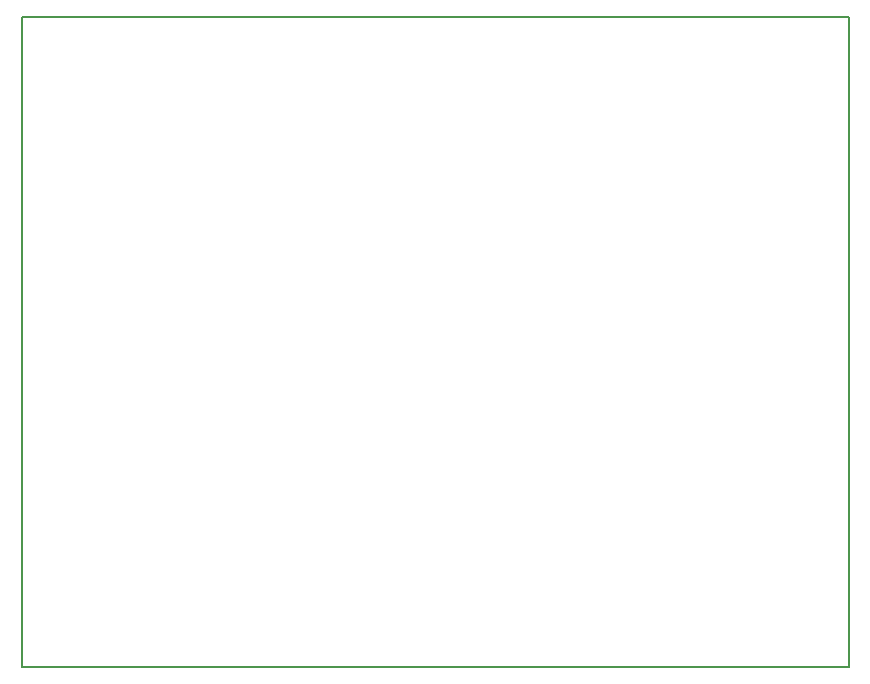
<source format=gko>
%FSLAX44Y44*%
%MOMM*%
G71*
G01*
G75*
G04 Layer_Color=16711935*
G04:AMPARAMS|DCode=10|XSize=0.67mm|YSize=0.67mm|CornerRadius=0.1508mm|HoleSize=0mm|Usage=FLASHONLY|Rotation=90.000|XOffset=0mm|YOffset=0mm|HoleType=Round|Shape=RoundedRectangle|*
%AMROUNDEDRECTD10*
21,1,0.6700,0.3685,0,0,90.0*
21,1,0.3685,0.6700,0,0,90.0*
1,1,0.3015,0.1843,0.1843*
1,1,0.3015,0.1843,-0.1843*
1,1,0.3015,-0.1843,-0.1843*
1,1,0.3015,-0.1843,0.1843*
%
%ADD10ROUNDEDRECTD10*%
G04:AMPARAMS|DCode=11|XSize=0.67mm|YSize=0.67mm|CornerRadius=0.1508mm|HoleSize=0mm|Usage=FLASHONLY|Rotation=180.000|XOffset=0mm|YOffset=0mm|HoleType=Round|Shape=RoundedRectangle|*
%AMROUNDEDRECTD11*
21,1,0.6700,0.3685,0,0,180.0*
21,1,0.3685,0.6700,0,0,180.0*
1,1,0.3015,-0.1843,0.1843*
1,1,0.3015,0.1843,0.1843*
1,1,0.3015,0.1843,-0.1843*
1,1,0.3015,-0.1843,-0.1843*
%
%ADD11ROUNDEDRECTD11*%
G04:AMPARAMS|DCode=12|XSize=1.1mm|YSize=0.6mm|CornerRadius=0.201mm|HoleSize=0mm|Usage=FLASHONLY|Rotation=270.000|XOffset=0mm|YOffset=0mm|HoleType=Round|Shape=RoundedRectangle|*
%AMROUNDEDRECTD12*
21,1,1.1000,0.1980,0,0,270.0*
21,1,0.6980,0.6000,0,0,270.0*
1,1,0.4020,-0.0990,-0.3490*
1,1,0.4020,-0.0990,0.3490*
1,1,0.4020,0.0990,0.3490*
1,1,0.4020,0.0990,-0.3490*
%
%ADD12ROUNDEDRECTD12*%
G04:AMPARAMS|DCode=13|XSize=2.5mm|YSize=2mm|CornerRadius=0.25mm|HoleSize=0mm|Usage=FLASHONLY|Rotation=270.000|XOffset=0mm|YOffset=0mm|HoleType=Round|Shape=RoundedRectangle|*
%AMROUNDEDRECTD13*
21,1,2.5000,1.5000,0,0,270.0*
21,1,2.0000,2.0000,0,0,270.0*
1,1,0.5000,-0.7500,-1.0000*
1,1,0.5000,-0.7500,1.0000*
1,1,0.5000,0.7500,1.0000*
1,1,0.5000,0.7500,-1.0000*
%
%ADD13ROUNDEDRECTD13*%
G04:AMPARAMS|DCode=14|XSize=2.7mm|YSize=1.2mm|CornerRadius=0.21mm|HoleSize=0mm|Usage=FLASHONLY|Rotation=0.000|XOffset=0mm|YOffset=0mm|HoleType=Round|Shape=RoundedRectangle|*
%AMROUNDEDRECTD14*
21,1,2.7000,0.7800,0,0,0.0*
21,1,2.2800,1.2000,0,0,0.0*
1,1,0.4200,1.1400,-0.3900*
1,1,0.4200,-1.1400,-0.3900*
1,1,0.4200,-1.1400,0.3900*
1,1,0.4200,1.1400,0.3900*
%
%ADD14ROUNDEDRECTD14*%
G04:AMPARAMS|DCode=15|XSize=1.05mm|YSize=0.65mm|CornerRadius=0.2015mm|HoleSize=0mm|Usage=FLASHONLY|Rotation=90.000|XOffset=0mm|YOffset=0mm|HoleType=Round|Shape=RoundedRectangle|*
%AMROUNDEDRECTD15*
21,1,1.0500,0.2470,0,0,90.0*
21,1,0.6470,0.6500,0,0,90.0*
1,1,0.4030,0.1235,0.3235*
1,1,0.4030,0.1235,-0.3235*
1,1,0.4030,-0.1235,-0.3235*
1,1,0.4030,-0.1235,0.3235*
%
%ADD15ROUNDEDRECTD15*%
G04:AMPARAMS|DCode=16|XSize=2.5mm|YSize=2mm|CornerRadius=0.2mm|HoleSize=0mm|Usage=FLASHONLY|Rotation=90.000|XOffset=0mm|YOffset=0mm|HoleType=Round|Shape=RoundedRectangle|*
%AMROUNDEDRECTD16*
21,1,2.5000,1.6000,0,0,90.0*
21,1,2.1000,2.0000,0,0,90.0*
1,1,0.4000,0.8000,1.0500*
1,1,0.4000,0.8000,-1.0500*
1,1,0.4000,-0.8000,-1.0500*
1,1,0.4000,-0.8000,1.0500*
%
%ADD16ROUNDEDRECTD16*%
G04:AMPARAMS|DCode=17|XSize=2.3mm|YSize=0.5mm|CornerRadius=0.2mm|HoleSize=0mm|Usage=FLASHONLY|Rotation=90.000|XOffset=0mm|YOffset=0mm|HoleType=Round|Shape=RoundedRectangle|*
%AMROUNDEDRECTD17*
21,1,2.3000,0.1000,0,0,90.0*
21,1,1.9000,0.5000,0,0,90.0*
1,1,0.4000,0.0500,0.9500*
1,1,0.4000,0.0500,-0.9500*
1,1,0.4000,-0.0500,-0.9500*
1,1,0.4000,-0.0500,0.9500*
%
%ADD17ROUNDEDRECTD17*%
G04:AMPARAMS|DCode=18|XSize=1.1mm|YSize=0.6mm|CornerRadius=0.201mm|HoleSize=0mm|Usage=FLASHONLY|Rotation=180.000|XOffset=0mm|YOffset=0mm|HoleType=Round|Shape=RoundedRectangle|*
%AMROUNDEDRECTD18*
21,1,1.1000,0.1980,0,0,180.0*
21,1,0.6980,0.6000,0,0,180.0*
1,1,0.4020,-0.3490,0.0990*
1,1,0.4020,0.3490,0.0990*
1,1,0.4020,0.3490,-0.0990*
1,1,0.4020,-0.3490,-0.0990*
%
%ADD18ROUNDEDRECTD18*%
G04:AMPARAMS|DCode=19|XSize=1mm|YSize=0.95mm|CornerRadius=0.1995mm|HoleSize=0mm|Usage=FLASHONLY|Rotation=270.000|XOffset=0mm|YOffset=0mm|HoleType=Round|Shape=RoundedRectangle|*
%AMROUNDEDRECTD19*
21,1,1.0000,0.5510,0,0,270.0*
21,1,0.6010,0.9500,0,0,270.0*
1,1,0.3990,-0.2755,-0.3005*
1,1,0.3990,-0.2755,0.3005*
1,1,0.3990,0.2755,0.3005*
1,1,0.3990,0.2755,-0.3005*
%
%ADD19ROUNDEDRECTD19*%
%ADD20R,0.4000X1.4000*%
G04:AMPARAMS|DCode=21|XSize=1.8mm|YSize=1.9mm|CornerRadius=0.45mm|HoleSize=0mm|Usage=FLASHONLY|Rotation=0.000|XOffset=0mm|YOffset=0mm|HoleType=Round|Shape=RoundedRectangle|*
%AMROUNDEDRECTD21*
21,1,1.8000,1.0000,0,0,0.0*
21,1,0.9000,1.9000,0,0,0.0*
1,1,0.9000,0.4500,-0.5000*
1,1,0.9000,-0.4500,-0.5000*
1,1,0.9000,-0.4500,0.5000*
1,1,0.9000,0.4500,0.5000*
%
%ADD21ROUNDEDRECTD21*%
G04:AMPARAMS|DCode=22|XSize=0.7mm|YSize=1mm|CornerRadius=0.175mm|HoleSize=0mm|Usage=FLASHONLY|Rotation=180.000|XOffset=0mm|YOffset=0mm|HoleType=Round|Shape=RoundedRectangle|*
%AMROUNDEDRECTD22*
21,1,0.7000,0.6500,0,0,180.0*
21,1,0.3500,1.0000,0,0,180.0*
1,1,0.3500,-0.1750,0.3250*
1,1,0.3500,0.1750,0.3250*
1,1,0.3500,0.1750,-0.3250*
1,1,0.3500,-0.1750,-0.3250*
%
%ADD22ROUNDEDRECTD22*%
G04:AMPARAMS|DCode=23|XSize=0.8mm|YSize=2mm|CornerRadius=0.2mm|HoleSize=0mm|Usage=FLASHONLY|Rotation=180.000|XOffset=0mm|YOffset=0mm|HoleType=Round|Shape=RoundedRectangle|*
%AMROUNDEDRECTD23*
21,1,0.8000,1.6000,0,0,180.0*
21,1,0.4000,2.0000,0,0,180.0*
1,1,0.4000,-0.2000,0.8000*
1,1,0.4000,0.2000,0.8000*
1,1,0.4000,0.2000,-0.8000*
1,1,0.4000,-0.2000,-0.8000*
%
%ADD23ROUNDEDRECTD23*%
G04:AMPARAMS|DCode=24|XSize=1mm|YSize=0.9mm|CornerRadius=0.198mm|HoleSize=0mm|Usage=FLASHONLY|Rotation=180.000|XOffset=0mm|YOffset=0mm|HoleType=Round|Shape=RoundedRectangle|*
%AMROUNDEDRECTD24*
21,1,1.0000,0.5040,0,0,180.0*
21,1,0.6040,0.9000,0,0,180.0*
1,1,0.3960,-0.3020,0.2520*
1,1,0.3960,0.3020,0.2520*
1,1,0.3960,0.3020,-0.2520*
1,1,0.3960,-0.3020,-0.2520*
%
%ADD24ROUNDEDRECTD24*%
G04:AMPARAMS|DCode=25|XSize=1.05mm|YSize=0.65mm|CornerRadius=0.2015mm|HoleSize=0mm|Usage=FLASHONLY|Rotation=0.000|XOffset=0mm|YOffset=0mm|HoleType=Round|Shape=RoundedRectangle|*
%AMROUNDEDRECTD25*
21,1,1.0500,0.2470,0,0,0.0*
21,1,0.6470,0.6500,0,0,0.0*
1,1,0.4030,0.3235,-0.1235*
1,1,0.4030,-0.3235,-0.1235*
1,1,0.4030,-0.3235,0.1235*
1,1,0.4030,0.3235,0.1235*
%
%ADD25ROUNDEDRECTD25*%
G04:AMPARAMS|DCode=26|XSize=2.5mm|YSize=1.7mm|CornerRadius=0.204mm|HoleSize=0mm|Usage=FLASHONLY|Rotation=0.000|XOffset=0mm|YOffset=0mm|HoleType=Round|Shape=RoundedRectangle|*
%AMROUNDEDRECTD26*
21,1,2.5000,1.2920,0,0,0.0*
21,1,2.0920,1.7000,0,0,0.0*
1,1,0.4080,1.0460,-0.6460*
1,1,0.4080,-1.0460,-0.6460*
1,1,0.4080,-1.0460,0.6460*
1,1,0.4080,1.0460,0.6460*
%
%ADD26ROUNDEDRECTD26*%
G04:AMPARAMS|DCode=27|XSize=5.2mm|YSize=2mm|CornerRadius=0.25mm|HoleSize=0mm|Usage=FLASHONLY|Rotation=180.000|XOffset=0mm|YOffset=0mm|HoleType=Round|Shape=RoundedRectangle|*
%AMROUNDEDRECTD27*
21,1,5.2000,1.5000,0,0,180.0*
21,1,4.7000,2.0000,0,0,180.0*
1,1,0.5000,-2.3500,0.7500*
1,1,0.5000,2.3500,0.7500*
1,1,0.5000,2.3500,-0.7500*
1,1,0.5000,-2.3500,-0.7500*
%
%ADD27ROUNDEDRECTD27*%
G04:AMPARAMS|DCode=28|XSize=0.65mm|YSize=0.35mm|CornerRadius=0.0735mm|HoleSize=0mm|Usage=FLASHONLY|Rotation=0.000|XOffset=0mm|YOffset=0mm|HoleType=Round|Shape=RoundedRectangle|*
%AMROUNDEDRECTD28*
21,1,0.6500,0.2030,0,0,0.0*
21,1,0.5030,0.3500,0,0,0.0*
1,1,0.1470,0.2515,-0.1015*
1,1,0.1470,-0.2515,-0.1015*
1,1,0.1470,-0.2515,0.1015*
1,1,0.1470,0.2515,0.1015*
%
%ADD28ROUNDEDRECTD28*%
G04:AMPARAMS|DCode=29|XSize=0.62mm|YSize=0.62mm|CornerRadius=0.1488mm|HoleSize=0mm|Usage=FLASHONLY|Rotation=0.000|XOffset=0mm|YOffset=0mm|HoleType=Round|Shape=RoundedRectangle|*
%AMROUNDEDRECTD29*
21,1,0.6200,0.3224,0,0,0.0*
21,1,0.3224,0.6200,0,0,0.0*
1,1,0.2976,0.1612,-0.1612*
1,1,0.2976,-0.1612,-0.1612*
1,1,0.2976,-0.1612,0.1612*
1,1,0.2976,0.1612,0.1612*
%
%ADD29ROUNDEDRECTD29*%
G04:AMPARAMS|DCode=30|XSize=0.3mm|YSize=0.25mm|CornerRadius=0.0525mm|HoleSize=0mm|Usage=FLASHONLY|Rotation=0.000|XOffset=0mm|YOffset=0mm|HoleType=Round|Shape=RoundedRectangle|*
%AMROUNDEDRECTD30*
21,1,0.3000,0.1450,0,0,0.0*
21,1,0.1950,0.2500,0,0,0.0*
1,1,0.1050,0.0975,-0.0725*
1,1,0.1050,-0.0975,-0.0725*
1,1,0.1050,-0.0975,0.0725*
1,1,0.1050,0.0975,0.0725*
%
%ADD30ROUNDEDRECTD30*%
%ADD31O,1.5500X0.6000*%
G04:AMPARAMS|DCode=32|XSize=0.62mm|YSize=0.62mm|CornerRadius=0.1488mm|HoleSize=0mm|Usage=FLASHONLY|Rotation=270.000|XOffset=0mm|YOffset=0mm|HoleType=Round|Shape=RoundedRectangle|*
%AMROUNDEDRECTD32*
21,1,0.6200,0.3224,0,0,270.0*
21,1,0.3224,0.6200,0,0,270.0*
1,1,0.2976,-0.1612,-0.1612*
1,1,0.2976,-0.1612,0.1612*
1,1,0.2976,0.1612,0.1612*
1,1,0.2976,0.1612,-0.1612*
%
%ADD32ROUNDEDRECTD32*%
G04:AMPARAMS|DCode=33|XSize=1mm|YSize=0.95mm|CornerRadius=0.1995mm|HoleSize=0mm|Usage=FLASHONLY|Rotation=0.000|XOffset=0mm|YOffset=0mm|HoleType=Round|Shape=RoundedRectangle|*
%AMROUNDEDRECTD33*
21,1,1.0000,0.5510,0,0,0.0*
21,1,0.6010,0.9500,0,0,0.0*
1,1,0.3990,0.3005,-0.2755*
1,1,0.3990,-0.3005,-0.2755*
1,1,0.3990,-0.3005,0.2755*
1,1,0.3990,0.3005,0.2755*
%
%ADD33ROUNDEDRECTD33*%
%ADD34O,0.6000X1.5500*%
G04:AMPARAMS|DCode=35|XSize=3.3mm|YSize=1.65mm|CornerRadius=0.198mm|HoleSize=0mm|Usage=FLASHONLY|Rotation=90.000|XOffset=0mm|YOffset=0mm|HoleType=Round|Shape=RoundedRectangle|*
%AMROUNDEDRECTD35*
21,1,3.3000,1.2540,0,0,90.0*
21,1,2.9040,1.6500,0,0,90.0*
1,1,0.3960,0.6270,1.4520*
1,1,0.3960,0.6270,-1.4520*
1,1,0.3960,-0.6270,-1.4520*
1,1,0.3960,-0.6270,1.4520*
%
%ADD35ROUNDEDRECTD35*%
G04:AMPARAMS|DCode=36|XSize=1mm|YSize=0.9mm|CornerRadius=0.198mm|HoleSize=0mm|Usage=FLASHONLY|Rotation=270.000|XOffset=0mm|YOffset=0mm|HoleType=Round|Shape=RoundedRectangle|*
%AMROUNDEDRECTD36*
21,1,1.0000,0.5040,0,0,270.0*
21,1,0.6040,0.9000,0,0,270.0*
1,1,0.3960,-0.2520,-0.3020*
1,1,0.3960,-0.2520,0.3020*
1,1,0.3960,0.2520,0.3020*
1,1,0.3960,0.2520,-0.3020*
%
%ADD36ROUNDEDRECTD36*%
G04:AMPARAMS|DCode=37|XSize=1.2mm|YSize=2mm|CornerRadius=0.3mm|HoleSize=0mm|Usage=FLASHONLY|Rotation=90.000|XOffset=0mm|YOffset=0mm|HoleType=Round|Shape=RoundedRectangle|*
%AMROUNDEDRECTD37*
21,1,1.2000,1.4000,0,0,90.0*
21,1,0.6000,2.0000,0,0,90.0*
1,1,0.6000,0.7000,0.3000*
1,1,0.6000,0.7000,-0.3000*
1,1,0.6000,-0.7000,-0.3000*
1,1,0.6000,-0.7000,0.3000*
%
%ADD37ROUNDEDRECTD37*%
G04:AMPARAMS|DCode=38|XSize=1.2mm|YSize=1.2mm|CornerRadius=0.198mm|HoleSize=0mm|Usage=FLASHONLY|Rotation=90.000|XOffset=0mm|YOffset=0mm|HoleType=Round|Shape=RoundedRectangle|*
%AMROUNDEDRECTD38*
21,1,1.2000,0.8040,0,0,90.0*
21,1,0.8040,1.2000,0,0,90.0*
1,1,0.3960,0.4020,0.4020*
1,1,0.3960,0.4020,-0.4020*
1,1,0.3960,-0.4020,-0.4020*
1,1,0.3960,-0.4020,0.4020*
%
%ADD38ROUNDEDRECTD38*%
G04:AMPARAMS|DCode=39|XSize=1.45mm|YSize=0.95mm|CornerRadius=0.1995mm|HoleSize=0mm|Usage=FLASHONLY|Rotation=90.000|XOffset=0mm|YOffset=0mm|HoleType=Round|Shape=RoundedRectangle|*
%AMROUNDEDRECTD39*
21,1,1.4500,0.5510,0,0,90.0*
21,1,1.0510,0.9500,0,0,90.0*
1,1,0.3990,0.2755,0.5255*
1,1,0.3990,0.2755,-0.5255*
1,1,0.3990,-0.2755,-0.5255*
1,1,0.3990,-0.2755,0.5255*
%
%ADD39ROUNDEDRECTD39*%
G04:AMPARAMS|DCode=40|XSize=0.3mm|YSize=0.65mm|CornerRadius=0.0495mm|HoleSize=0mm|Usage=FLASHONLY|Rotation=90.000|XOffset=0mm|YOffset=0mm|HoleType=Round|Shape=RoundedRectangle|*
%AMROUNDEDRECTD40*
21,1,0.3000,0.5510,0,0,90.0*
21,1,0.2010,0.6500,0,0,90.0*
1,1,0.0990,0.2755,0.1005*
1,1,0.0990,0.2755,-0.1005*
1,1,0.0990,-0.2755,-0.1005*
1,1,0.0990,-0.2755,0.1005*
%
%ADD40ROUNDEDRECTD40*%
G04:AMPARAMS|DCode=41|XSize=0.5mm|YSize=0.21mm|CornerRadius=0.0347mm|HoleSize=0mm|Usage=FLASHONLY|Rotation=90.000|XOffset=0mm|YOffset=0mm|HoleType=Round|Shape=RoundedRectangle|*
%AMROUNDEDRECTD41*
21,1,0.5000,0.1407,0,0,90.0*
21,1,0.4307,0.2100,0,0,90.0*
1,1,0.0693,0.0704,0.2154*
1,1,0.0693,0.0704,-0.2154*
1,1,0.0693,-0.0704,-0.2154*
1,1,0.0693,-0.0704,0.2154*
%
%ADD41ROUNDEDRECTD41*%
G04:AMPARAMS|DCode=42|XSize=0.7mm|YSize=1.5mm|CornerRadius=0.175mm|HoleSize=0mm|Usage=FLASHONLY|Rotation=0.000|XOffset=0mm|YOffset=0mm|HoleType=Round|Shape=RoundedRectangle|*
%AMROUNDEDRECTD42*
21,1,0.7000,1.1500,0,0,0.0*
21,1,0.3500,1.5000,0,0,0.0*
1,1,0.3500,0.1750,-0.5750*
1,1,0.3500,-0.1750,-0.5750*
1,1,0.3500,-0.1750,0.5750*
1,1,0.3500,0.1750,0.5750*
%
%ADD42ROUNDEDRECTD42*%
%ADD43O,2.5000X0.5000*%
%ADD44O,0.5000X2.5000*%
%ADD45O,1.8000X0.8000*%
%ADD46O,2.5000X1.0000*%
G04:AMPARAMS|DCode=47|XSize=0.8mm|YSize=2mm|CornerRadius=0.2mm|HoleSize=0mm|Usage=FLASHONLY|Rotation=270.000|XOffset=0mm|YOffset=0mm|HoleType=Round|Shape=RoundedRectangle|*
%AMROUNDEDRECTD47*
21,1,0.8000,1.6000,0,0,270.0*
21,1,0.4000,2.0000,0,0,270.0*
1,1,0.4000,-0.8000,-0.2000*
1,1,0.4000,-0.8000,0.2000*
1,1,0.4000,0.8000,0.2000*
1,1,0.4000,0.8000,-0.2000*
%
%ADD47ROUNDEDRECTD47*%
G04:AMPARAMS|DCode=48|XSize=0.7mm|YSize=1mm|CornerRadius=0.175mm|HoleSize=0mm|Usage=FLASHONLY|Rotation=90.000|XOffset=0mm|YOffset=0mm|HoleType=Round|Shape=RoundedRectangle|*
%AMROUNDEDRECTD48*
21,1,0.7000,0.6500,0,0,90.0*
21,1,0.3500,1.0000,0,0,90.0*
1,1,0.3500,0.3250,0.1750*
1,1,0.3500,0.3250,-0.1750*
1,1,0.3500,-0.3250,-0.1750*
1,1,0.3500,-0.3250,0.1750*
%
%ADD48ROUNDEDRECTD48*%
%ADD49O,0.7000X2.5000*%
%ADD50O,2.5000X0.7000*%
%ADD51C,0.5000*%
%ADD52C,0.4000*%
%ADD53C,0.7000*%
%ADD54C,0.2500*%
%ADD55C,0.2000*%
%ADD56C,0.3000*%
%ADD57C,1.0000*%
%ADD58C,0.6000*%
%ADD59C,0.8000*%
%ADD60C,0.9000*%
%ADD61C,1.8000*%
G04:AMPARAMS|DCode=62|XSize=1.3mm|YSize=1.3mm|CornerRadius=0.1625mm|HoleSize=0mm|Usage=FLASHONLY|Rotation=0.000|XOffset=0mm|YOffset=0mm|HoleType=Round|Shape=RoundedRectangle|*
%AMROUNDEDRECTD62*
21,1,1.3000,0.9750,0,0,0.0*
21,1,0.9750,1.3000,0,0,0.0*
1,1,0.3250,0.4875,-0.4875*
1,1,0.3250,-0.4875,-0.4875*
1,1,0.3250,-0.4875,0.4875*
1,1,0.3250,0.4875,0.4875*
%
%ADD62ROUNDEDRECTD62*%
%ADD63C,1.3000*%
%ADD64C,7.0000*%
%ADD65C,0.1000*%
%ADD66C,0.5000*%
G04:AMPARAMS|DCode=67|XSize=2mm|YSize=2mm|CornerRadius=0.25mm|HoleSize=0mm|Usage=FLASHONLY|Rotation=90.000|XOffset=0mm|YOffset=0mm|HoleType=Round|Shape=RoundedRectangle|*
%AMROUNDEDRECTD67*
21,1,2.0000,1.5000,0,0,90.0*
21,1,1.5000,2.0000,0,0,90.0*
1,1,0.5000,0.7500,0.7500*
1,1,0.5000,0.7500,-0.7500*
1,1,0.5000,-0.7500,-0.7500*
1,1,0.5000,-0.7500,0.7500*
%
%ADD67ROUNDEDRECTD67*%
%ADD68C,2.0000*%
%ADD69C,2.5000*%
G04:AMPARAMS|DCode=70|XSize=1.85mm|YSize=1.85mm|CornerRadius=0.2313mm|HoleSize=0mm|Usage=FLASHONLY|Rotation=0.000|XOffset=0mm|YOffset=0mm|HoleType=Round|Shape=RoundedRectangle|*
%AMROUNDEDRECTD70*
21,1,1.8500,1.3875,0,0,0.0*
21,1,1.3875,1.8500,0,0,0.0*
1,1,0.4625,0.6937,-0.6937*
1,1,0.4625,-0.6937,-0.6937*
1,1,0.4625,-0.6937,0.6937*
1,1,0.4625,0.6937,0.6937*
%
%ADD70ROUNDEDRECTD70*%
%ADD71C,1.8500*%
%ADD72C,1.6000*%
%ADD73R,1.6000X1.6000*%
G04:AMPARAMS|DCode=74|XSize=1.3mm|YSize=1.3mm|CornerRadius=0.325mm|HoleSize=0mm|Usage=FLASHONLY|Rotation=90.000|XOffset=0mm|YOffset=0mm|HoleType=Round|Shape=RoundedRectangle|*
%AMROUNDEDRECTD74*
21,1,1.3000,0.6500,0,0,90.0*
21,1,0.6500,1.3000,0,0,90.0*
1,1,0.6500,0.3250,0.3250*
1,1,0.6500,0.3250,-0.3250*
1,1,0.6500,-0.3250,-0.3250*
1,1,0.6500,-0.3250,0.3250*
%
%ADD74ROUNDEDRECTD74*%
%ADD75R,2.5000X5.0000*%
%ADD76R,5.0000X2.5000*%
G04:AMPARAMS|DCode=77|XSize=1mm|YSize=1mm|CornerRadius=0.25mm|HoleSize=0mm|Usage=FLASHONLY|Rotation=0.000|XOffset=0mm|YOffset=0mm|HoleType=Round|Shape=RoundedRectangle|*
%AMROUNDEDRECTD77*
21,1,1.0000,0.5000,0,0,0.0*
21,1,0.5000,1.0000,0,0,0.0*
1,1,0.5000,0.2500,-0.2500*
1,1,0.5000,-0.2500,-0.2500*
1,1,0.5000,-0.2500,0.2500*
1,1,0.5000,0.2500,0.2500*
%
%ADD77ROUNDEDRECTD77*%
%ADD78C,2.2000*%
G04:AMPARAMS|DCode=79|XSize=1.6mm|YSize=1.6mm|CornerRadius=0.2mm|HoleSize=0mm|Usage=FLASHONLY|Rotation=90.000|XOffset=0mm|YOffset=0mm|HoleType=Round|Shape=RoundedRectangle|*
%AMROUNDEDRECTD79*
21,1,1.6000,1.2000,0,0,90.0*
21,1,1.2000,1.6000,0,0,90.0*
1,1,0.4000,0.6000,0.6000*
1,1,0.4000,0.6000,-0.6000*
1,1,0.4000,-0.6000,-0.6000*
1,1,0.4000,-0.6000,0.6000*
%
%ADD79ROUNDEDRECTD79*%
G04:AMPARAMS|DCode=80|XSize=1.4mm|YSize=1.4mm|CornerRadius=0.175mm|HoleSize=0mm|Usage=FLASHONLY|Rotation=90.000|XOffset=0mm|YOffset=0mm|HoleType=Round|Shape=RoundedRectangle|*
%AMROUNDEDRECTD80*
21,1,1.4000,1.0500,0,0,90.0*
21,1,1.0500,1.4000,0,0,90.0*
1,1,0.3500,0.5250,0.5250*
1,1,0.3500,0.5250,-0.5250*
1,1,0.3500,-0.5250,-0.5250*
1,1,0.3500,-0.5250,0.5250*
%
%ADD80ROUNDEDRECTD80*%
%ADD81C,1.0000*%
%ADD82C,0.6000*%
G04:AMPARAMS|DCode=83|XSize=1.15mm|YSize=2.1mm|CornerRadius=0.2875mm|HoleSize=0mm|Usage=FLASHONLY|Rotation=90.000|XOffset=0mm|YOffset=0mm|HoleType=Round|Shape=RoundedRectangle|*
%AMROUNDEDRECTD83*
21,1,1.1500,1.5250,0,0,90.0*
21,1,0.5750,2.1000,0,0,90.0*
1,1,0.5750,0.7625,0.2875*
1,1,0.5750,0.7625,-0.2875*
1,1,0.5750,-0.7625,-0.2875*
1,1,0.5750,-0.7625,0.2875*
%
%ADD83ROUNDEDRECTD83*%
G04:AMPARAMS|DCode=84|XSize=2.5mm|YSize=1.15mm|CornerRadius=0.3852mm|HoleSize=0mm|Usage=FLASHONLY|Rotation=0.000|XOffset=0mm|YOffset=0mm|HoleType=Round|Shape=RoundedRectangle|*
%AMROUNDEDRECTD84*
21,1,2.5000,0.3795,0,0,0.0*
21,1,1.7295,1.1500,0,0,0.0*
1,1,0.7705,0.8648,-0.1898*
1,1,0.7705,-0.8648,-0.1898*
1,1,0.7705,-0.8648,0.1898*
1,1,0.7705,0.8648,0.1898*
%
%ADD84ROUNDEDRECTD84*%
G04:AMPARAMS|DCode=85|XSize=1.3mm|YSize=1mm|CornerRadius=0.25mm|HoleSize=0mm|Usage=FLASHONLY|Rotation=0.000|XOffset=0mm|YOffset=0mm|HoleType=Round|Shape=RoundedRectangle|*
%AMROUNDEDRECTD85*
21,1,1.3000,0.5000,0,0,0.0*
21,1,0.8000,1.0000,0,0,0.0*
1,1,0.5000,0.4000,-0.2500*
1,1,0.5000,-0.4000,-0.2500*
1,1,0.5000,-0.4000,0.2500*
1,1,0.5000,0.4000,0.2500*
%
%ADD85ROUNDEDRECTD85*%
G04:AMPARAMS|DCode=86|XSize=2.35mm|YSize=1.15mm|CornerRadius=0.3852mm|HoleSize=0mm|Usage=FLASHONLY|Rotation=0.000|XOffset=0mm|YOffset=0mm|HoleType=Round|Shape=RoundedRectangle|*
%AMROUNDEDRECTD86*
21,1,2.3500,0.3795,0,0,0.0*
21,1,1.5795,1.1500,0,0,0.0*
1,1,0.7705,0.7897,-0.1898*
1,1,0.7705,-0.7897,-0.1898*
1,1,0.7705,-0.7897,0.1898*
1,1,0.7705,0.7897,0.1898*
%
%ADD86ROUNDEDRECTD86*%
G04:AMPARAMS|DCode=87|XSize=1mm|YSize=1.2mm|CornerRadius=0.165mm|HoleSize=0mm|Usage=FLASHONLY|Rotation=180.000|XOffset=0mm|YOffset=0mm|HoleType=Round|Shape=RoundedRectangle|*
%AMROUNDEDRECTD87*
21,1,1.0000,0.8700,0,0,180.0*
21,1,0.6700,1.2000,0,0,180.0*
1,1,0.3300,-0.3350,0.4350*
1,1,0.3300,0.3350,0.4350*
1,1,0.3300,0.3350,-0.4350*
1,1,0.3300,-0.3350,-0.4350*
%
%ADD87ROUNDEDRECTD87*%
G04:AMPARAMS|DCode=88|XSize=1.6mm|YSize=1.3mm|CornerRadius=0.2015mm|HoleSize=0mm|Usage=FLASHONLY|Rotation=90.000|XOffset=0mm|YOffset=0mm|HoleType=Round|Shape=RoundedRectangle|*
%AMROUNDEDRECTD88*
21,1,1.6000,0.8970,0,0,90.0*
21,1,1.1970,1.3000,0,0,90.0*
1,1,0.4030,0.4485,0.5985*
1,1,0.4030,0.4485,-0.5985*
1,1,0.4030,-0.4485,-0.5985*
1,1,0.4030,-0.4485,0.5985*
%
%ADD88ROUNDEDRECTD88*%
G04:AMPARAMS|DCode=89|XSize=0.7mm|YSize=2.5mm|CornerRadius=0.175mm|HoleSize=0mm|Usage=FLASHONLY|Rotation=180.000|XOffset=0mm|YOffset=0mm|HoleType=Round|Shape=RoundedRectangle|*
%AMROUNDEDRECTD89*
21,1,0.7000,2.1500,0,0,180.0*
21,1,0.3500,2.5000,0,0,180.0*
1,1,0.3500,-0.1750,1.0750*
1,1,0.3500,0.1750,1.0750*
1,1,0.3500,0.1750,-1.0750*
1,1,0.3500,-0.1750,-1.0750*
%
%ADD89ROUNDEDRECTD89*%
G04:AMPARAMS|DCode=90|XSize=1.45mm|YSize=1.15mm|CornerRadius=0.2013mm|HoleSize=0mm|Usage=FLASHONLY|Rotation=90.000|XOffset=0mm|YOffset=0mm|HoleType=Round|Shape=RoundedRectangle|*
%AMROUNDEDRECTD90*
21,1,1.4500,0.7475,0,0,90.0*
21,1,1.0475,1.1500,0,0,90.0*
1,1,0.4025,0.3738,0.5238*
1,1,0.4025,0.3738,-0.5238*
1,1,0.4025,-0.3738,-0.5238*
1,1,0.4025,-0.3738,0.5238*
%
%ADD90ROUNDEDRECTD90*%
G04:AMPARAMS|DCode=91|XSize=1.2mm|YSize=1.2mm|CornerRadius=0.198mm|HoleSize=0mm|Usage=FLASHONLY|Rotation=0.000|XOffset=0mm|YOffset=0mm|HoleType=Round|Shape=RoundedRectangle|*
%AMROUNDEDRECTD91*
21,1,1.2000,0.8040,0,0,0.0*
21,1,0.8040,1.2000,0,0,0.0*
1,1,0.3960,0.4020,-0.4020*
1,1,0.3960,-0.4020,-0.4020*
1,1,0.3960,-0.4020,0.4020*
1,1,0.3960,0.4020,0.4020*
%
%ADD91ROUNDEDRECTD91*%
%ADD92C,5.0000*%
%ADD93C,0.2540*%
%ADD94C,0.1500*%
%ADD95C,0.1000*%
%ADD96C,0.0500*%
%ADD97C,0.0100*%
%ADD98C,0.0750*%
G04:AMPARAMS|DCode=99|XSize=0.77mm|YSize=0.77mm|CornerRadius=0.2008mm|HoleSize=0mm|Usage=FLASHONLY|Rotation=90.000|XOffset=0mm|YOffset=0mm|HoleType=Round|Shape=RoundedRectangle|*
%AMROUNDEDRECTD99*
21,1,0.7700,0.3685,0,0,90.0*
21,1,0.3685,0.7700,0,0,90.0*
1,1,0.4015,0.1843,0.1843*
1,1,0.4015,0.1843,-0.1843*
1,1,0.4015,-0.1843,-0.1843*
1,1,0.4015,-0.1843,0.1843*
%
%ADD99ROUNDEDRECTD99*%
G04:AMPARAMS|DCode=100|XSize=0.77mm|YSize=0.77mm|CornerRadius=0.2008mm|HoleSize=0mm|Usage=FLASHONLY|Rotation=180.000|XOffset=0mm|YOffset=0mm|HoleType=Round|Shape=RoundedRectangle|*
%AMROUNDEDRECTD100*
21,1,0.7700,0.3685,0,0,180.0*
21,1,0.3685,0.7700,0,0,180.0*
1,1,0.4015,-0.1843,0.1843*
1,1,0.4015,0.1843,0.1843*
1,1,0.4015,0.1843,-0.1843*
1,1,0.4015,-0.1843,-0.1843*
%
%ADD100ROUNDEDRECTD100*%
G04:AMPARAMS|DCode=101|XSize=1.25mm|YSize=0.75mm|CornerRadius=0.276mm|HoleSize=0mm|Usage=FLASHONLY|Rotation=270.000|XOffset=0mm|YOffset=0mm|HoleType=Round|Shape=RoundedRectangle|*
%AMROUNDEDRECTD101*
21,1,1.2500,0.1980,0,0,270.0*
21,1,0.6980,0.7500,0,0,270.0*
1,1,0.5520,-0.0990,-0.3490*
1,1,0.5520,-0.0990,0.3490*
1,1,0.5520,0.0990,0.3490*
1,1,0.5520,0.0990,-0.3490*
%
%ADD101ROUNDEDRECTD101*%
G04:AMPARAMS|DCode=102|XSize=2.7032mm|YSize=2.2032mm|CornerRadius=0.3516mm|HoleSize=0mm|Usage=FLASHONLY|Rotation=270.000|XOffset=0mm|YOffset=0mm|HoleType=Round|Shape=RoundedRectangle|*
%AMROUNDEDRECTD102*
21,1,2.7032,1.5000,0,0,270.0*
21,1,2.0000,2.2032,0,0,270.0*
1,1,0.7032,-0.7500,-1.0000*
1,1,0.7032,-0.7500,1.0000*
1,1,0.7032,0.7500,1.0000*
1,1,0.7032,0.7500,-1.0000*
%
%ADD102ROUNDEDRECTD102*%
G04:AMPARAMS|DCode=103|XSize=2.85mm|YSize=1.35mm|CornerRadius=0.285mm|HoleSize=0mm|Usage=FLASHONLY|Rotation=0.000|XOffset=0mm|YOffset=0mm|HoleType=Round|Shape=RoundedRectangle|*
%AMROUNDEDRECTD103*
21,1,2.8500,0.7800,0,0,0.0*
21,1,2.2800,1.3500,0,0,0.0*
1,1,0.5700,1.1400,-0.3900*
1,1,0.5700,-1.1400,-0.3900*
1,1,0.5700,-1.1400,0.3900*
1,1,0.5700,1.1400,0.3900*
%
%ADD103ROUNDEDRECTD103*%
G04:AMPARAMS|DCode=104|XSize=1.2mm|YSize=0.8mm|CornerRadius=0.2765mm|HoleSize=0mm|Usage=FLASHONLY|Rotation=90.000|XOffset=0mm|YOffset=0mm|HoleType=Round|Shape=RoundedRectangle|*
%AMROUNDEDRECTD104*
21,1,1.2000,0.2470,0,0,90.0*
21,1,0.6470,0.8000,0,0,90.0*
1,1,0.5530,0.1235,0.3235*
1,1,0.5530,0.1235,-0.3235*
1,1,0.5530,-0.1235,-0.3235*
1,1,0.5530,-0.1235,0.3235*
%
%ADD104ROUNDEDRECTD104*%
G04:AMPARAMS|DCode=105|XSize=2.65mm|YSize=2.15mm|CornerRadius=0.275mm|HoleSize=0mm|Usage=FLASHONLY|Rotation=90.000|XOffset=0mm|YOffset=0mm|HoleType=Round|Shape=RoundedRectangle|*
%AMROUNDEDRECTD105*
21,1,2.6500,1.6000,0,0,90.0*
21,1,2.1000,2.1500,0,0,90.0*
1,1,0.5500,0.8000,1.0500*
1,1,0.5500,0.8000,-1.0500*
1,1,0.5500,-0.8000,-1.0500*
1,1,0.5500,-0.8000,1.0500*
%
%ADD105ROUNDEDRECTD105*%
G04:AMPARAMS|DCode=106|XSize=2.45mm|YSize=0.65mm|CornerRadius=0.275mm|HoleSize=0mm|Usage=FLASHONLY|Rotation=90.000|XOffset=0mm|YOffset=0mm|HoleType=Round|Shape=RoundedRectangle|*
%AMROUNDEDRECTD106*
21,1,2.4500,0.1000,0,0,90.0*
21,1,1.9000,0.6500,0,0,90.0*
1,1,0.5500,0.0500,0.9500*
1,1,0.5500,0.0500,-0.9500*
1,1,0.5500,-0.0500,-0.9500*
1,1,0.5500,-0.0500,0.9500*
%
%ADD106ROUNDEDRECTD106*%
G04:AMPARAMS|DCode=107|XSize=1.25mm|YSize=0.75mm|CornerRadius=0.276mm|HoleSize=0mm|Usage=FLASHONLY|Rotation=180.000|XOffset=0mm|YOffset=0mm|HoleType=Round|Shape=RoundedRectangle|*
%AMROUNDEDRECTD107*
21,1,1.2500,0.1980,0,0,180.0*
21,1,0.6980,0.7500,0,0,180.0*
1,1,0.5520,-0.3490,0.0990*
1,1,0.5520,0.3490,0.0990*
1,1,0.5520,0.3490,-0.0990*
1,1,0.5520,-0.3490,-0.0990*
%
%ADD107ROUNDEDRECTD107*%
G04:AMPARAMS|DCode=108|XSize=1.15mm|YSize=1.1mm|CornerRadius=0.2745mm|HoleSize=0mm|Usage=FLASHONLY|Rotation=270.000|XOffset=0mm|YOffset=0mm|HoleType=Round|Shape=RoundedRectangle|*
%AMROUNDEDRECTD108*
21,1,1.1500,0.5510,0,0,270.0*
21,1,0.6010,1.1000,0,0,270.0*
1,1,0.5490,-0.2755,-0.3005*
1,1,0.5490,-0.2755,0.3005*
1,1,0.5490,0.2755,0.3005*
1,1,0.5490,0.2755,-0.3005*
%
%ADD108ROUNDEDRECTD108*%
%ADD109R,0.6032X1.6032*%
G04:AMPARAMS|DCode=110|XSize=2.0032mm|YSize=2.1032mm|CornerRadius=0.5516mm|HoleSize=0mm|Usage=FLASHONLY|Rotation=0.000|XOffset=0mm|YOffset=0mm|HoleType=Round|Shape=RoundedRectangle|*
%AMROUNDEDRECTD110*
21,1,2.0032,1.0000,0,0,0.0*
21,1,0.9000,2.1032,0,0,0.0*
1,1,1.1032,0.4500,-0.5000*
1,1,1.1032,-0.4500,-0.5000*
1,1,1.1032,-0.4500,0.5000*
1,1,1.1032,0.4500,0.5000*
%
%ADD110ROUNDEDRECTD110*%
G04:AMPARAMS|DCode=111|XSize=0.9032mm|YSize=1.2032mm|CornerRadius=0.2766mm|HoleSize=0mm|Usage=FLASHONLY|Rotation=180.000|XOffset=0mm|YOffset=0mm|HoleType=Round|Shape=RoundedRectangle|*
%AMROUNDEDRECTD111*
21,1,0.9032,0.6500,0,0,180.0*
21,1,0.3500,1.2032,0,0,180.0*
1,1,0.5532,-0.1750,0.3250*
1,1,0.5532,0.1750,0.3250*
1,1,0.5532,0.1750,-0.3250*
1,1,0.5532,-0.1750,-0.3250*
%
%ADD111ROUNDEDRECTD111*%
G04:AMPARAMS|DCode=112|XSize=1.0032mm|YSize=2.2032mm|CornerRadius=0.3016mm|HoleSize=0mm|Usage=FLASHONLY|Rotation=180.000|XOffset=0mm|YOffset=0mm|HoleType=Round|Shape=RoundedRectangle|*
%AMROUNDEDRECTD112*
21,1,1.0032,1.6000,0,0,180.0*
21,1,0.4000,2.2032,0,0,180.0*
1,1,0.6032,-0.2000,0.8000*
1,1,0.6032,0.2000,0.8000*
1,1,0.6032,0.2000,-0.8000*
1,1,0.6032,-0.2000,-0.8000*
%
%ADD112ROUNDEDRECTD112*%
G04:AMPARAMS|DCode=113|XSize=1.15mm|YSize=1.05mm|CornerRadius=0.273mm|HoleSize=0mm|Usage=FLASHONLY|Rotation=180.000|XOffset=0mm|YOffset=0mm|HoleType=Round|Shape=RoundedRectangle|*
%AMROUNDEDRECTD113*
21,1,1.1500,0.5040,0,0,180.0*
21,1,0.6040,1.0500,0,0,180.0*
1,1,0.5460,-0.3020,0.2520*
1,1,0.5460,0.3020,0.2520*
1,1,0.5460,0.3020,-0.2520*
1,1,0.5460,-0.3020,-0.2520*
%
%ADD113ROUNDEDRECTD113*%
G04:AMPARAMS|DCode=114|XSize=1.2mm|YSize=0.8mm|CornerRadius=0.2765mm|HoleSize=0mm|Usage=FLASHONLY|Rotation=0.000|XOffset=0mm|YOffset=0mm|HoleType=Round|Shape=RoundedRectangle|*
%AMROUNDEDRECTD114*
21,1,1.2000,0.2470,0,0,0.0*
21,1,0.6470,0.8000,0,0,0.0*
1,1,0.5530,0.3235,-0.1235*
1,1,0.5530,-0.3235,-0.1235*
1,1,0.5530,-0.3235,0.1235*
1,1,0.5530,0.3235,0.1235*
%
%ADD114ROUNDEDRECTD114*%
G04:AMPARAMS|DCode=115|XSize=2.65mm|YSize=1.85mm|CornerRadius=0.279mm|HoleSize=0mm|Usage=FLASHONLY|Rotation=0.000|XOffset=0mm|YOffset=0mm|HoleType=Round|Shape=RoundedRectangle|*
%AMROUNDEDRECTD115*
21,1,2.6500,1.2920,0,0,0.0*
21,1,2.0920,1.8500,0,0,0.0*
1,1,0.5580,1.0460,-0.6460*
1,1,0.5580,-1.0460,-0.6460*
1,1,0.5580,-1.0460,0.6460*
1,1,0.5580,1.0460,0.6460*
%
%ADD115ROUNDEDRECTD115*%
G04:AMPARAMS|DCode=116|XSize=5.35mm|YSize=2.15mm|CornerRadius=0.325mm|HoleSize=0mm|Usage=FLASHONLY|Rotation=180.000|XOffset=0mm|YOffset=0mm|HoleType=Round|Shape=RoundedRectangle|*
%AMROUNDEDRECTD116*
21,1,5.3500,1.5000,0,0,180.0*
21,1,4.7000,2.1500,0,0,180.0*
1,1,0.6500,-2.3500,0.7500*
1,1,0.6500,2.3500,0.7500*
1,1,0.6500,2.3500,-0.7500*
1,1,0.6500,-2.3500,-0.7500*
%
%ADD116ROUNDEDRECTD116*%
G04:AMPARAMS|DCode=117|XSize=0.8mm|YSize=0.5mm|CornerRadius=0.1485mm|HoleSize=0mm|Usage=FLASHONLY|Rotation=0.000|XOffset=0mm|YOffset=0mm|HoleType=Round|Shape=RoundedRectangle|*
%AMROUNDEDRECTD117*
21,1,0.8000,0.2030,0,0,0.0*
21,1,0.5030,0.5000,0,0,0.0*
1,1,0.2970,0.2515,-0.1015*
1,1,0.2970,-0.2515,-0.1015*
1,1,0.2970,-0.2515,0.1015*
1,1,0.2970,0.2515,0.1015*
%
%ADD117ROUNDEDRECTD117*%
G04:AMPARAMS|DCode=118|XSize=0.77mm|YSize=0.77mm|CornerRadius=0.2238mm|HoleSize=0mm|Usage=FLASHONLY|Rotation=0.000|XOffset=0mm|YOffset=0mm|HoleType=Round|Shape=RoundedRectangle|*
%AMROUNDEDRECTD118*
21,1,0.7700,0.3224,0,0,0.0*
21,1,0.3224,0.7700,0,0,0.0*
1,1,0.4476,0.1612,-0.1612*
1,1,0.4476,-0.1612,-0.1612*
1,1,0.4476,-0.1612,0.1612*
1,1,0.4476,0.1612,0.1612*
%
%ADD118ROUNDEDRECTD118*%
G04:AMPARAMS|DCode=119|XSize=0.45mm|YSize=0.4mm|CornerRadius=0.1275mm|HoleSize=0mm|Usage=FLASHONLY|Rotation=0.000|XOffset=0mm|YOffset=0mm|HoleType=Round|Shape=RoundedRectangle|*
%AMROUNDEDRECTD119*
21,1,0.4500,0.1450,0,0,0.0*
21,1,0.1950,0.4000,0,0,0.0*
1,1,0.2550,0.0975,-0.0725*
1,1,0.2550,-0.0975,-0.0725*
1,1,0.2550,-0.0975,0.0725*
1,1,0.2550,0.0975,0.0725*
%
%ADD119ROUNDEDRECTD119*%
%ADD120O,1.7000X0.7500*%
G04:AMPARAMS|DCode=121|XSize=0.77mm|YSize=0.77mm|CornerRadius=0.2238mm|HoleSize=0mm|Usage=FLASHONLY|Rotation=270.000|XOffset=0mm|YOffset=0mm|HoleType=Round|Shape=RoundedRectangle|*
%AMROUNDEDRECTD121*
21,1,0.7700,0.3224,0,0,270.0*
21,1,0.3224,0.7700,0,0,270.0*
1,1,0.4476,-0.1612,-0.1612*
1,1,0.4476,-0.1612,0.1612*
1,1,0.4476,0.1612,0.1612*
1,1,0.4476,0.1612,-0.1612*
%
%ADD121ROUNDEDRECTD121*%
G04:AMPARAMS|DCode=122|XSize=1.15mm|YSize=1.1mm|CornerRadius=0.2745mm|HoleSize=0mm|Usage=FLASHONLY|Rotation=0.000|XOffset=0mm|YOffset=0mm|HoleType=Round|Shape=RoundedRectangle|*
%AMROUNDEDRECTD122*
21,1,1.1500,0.5510,0,0,0.0*
21,1,0.6010,1.1000,0,0,0.0*
1,1,0.5490,0.3005,-0.2755*
1,1,0.5490,-0.3005,-0.2755*
1,1,0.5490,-0.3005,0.2755*
1,1,0.5490,0.3005,0.2755*
%
%ADD122ROUNDEDRECTD122*%
%ADD123O,0.7500X1.7000*%
G04:AMPARAMS|DCode=124|XSize=3.45mm|YSize=1.8mm|CornerRadius=0.273mm|HoleSize=0mm|Usage=FLASHONLY|Rotation=90.000|XOffset=0mm|YOffset=0mm|HoleType=Round|Shape=RoundedRectangle|*
%AMROUNDEDRECTD124*
21,1,3.4500,1.2540,0,0,90.0*
21,1,2.9040,1.8000,0,0,90.0*
1,1,0.5460,0.6270,1.4520*
1,1,0.5460,0.6270,-1.4520*
1,1,0.5460,-0.6270,-1.4520*
1,1,0.5460,-0.6270,1.4520*
%
%ADD124ROUNDEDRECTD124*%
G04:AMPARAMS|DCode=125|XSize=1.15mm|YSize=1.05mm|CornerRadius=0.273mm|HoleSize=0mm|Usage=FLASHONLY|Rotation=270.000|XOffset=0mm|YOffset=0mm|HoleType=Round|Shape=RoundedRectangle|*
%AMROUNDEDRECTD125*
21,1,1.1500,0.5040,0,0,270.0*
21,1,0.6040,1.0500,0,0,270.0*
1,1,0.5460,-0.2520,-0.3020*
1,1,0.5460,-0.2520,0.3020*
1,1,0.5460,0.2520,0.3020*
1,1,0.5460,0.2520,-0.3020*
%
%ADD125ROUNDEDRECTD125*%
G04:AMPARAMS|DCode=126|XSize=1.3mm|YSize=2.1mm|CornerRadius=0.35mm|HoleSize=0mm|Usage=FLASHONLY|Rotation=90.000|XOffset=0mm|YOffset=0mm|HoleType=Round|Shape=RoundedRectangle|*
%AMROUNDEDRECTD126*
21,1,1.3000,1.4000,0,0,90.0*
21,1,0.6000,2.1000,0,0,90.0*
1,1,0.7000,0.7000,0.3000*
1,1,0.7000,0.7000,-0.3000*
1,1,0.7000,-0.7000,-0.3000*
1,1,0.7000,-0.7000,0.3000*
%
%ADD126ROUNDEDRECTD126*%
G04:AMPARAMS|DCode=127|XSize=1.35mm|YSize=1.35mm|CornerRadius=0.273mm|HoleSize=0mm|Usage=FLASHONLY|Rotation=90.000|XOffset=0mm|YOffset=0mm|HoleType=Round|Shape=RoundedRectangle|*
%AMROUNDEDRECTD127*
21,1,1.3500,0.8040,0,0,90.0*
21,1,0.8040,1.3500,0,0,90.0*
1,1,0.5460,0.4020,0.4020*
1,1,0.5460,0.4020,-0.4020*
1,1,0.5460,-0.4020,-0.4020*
1,1,0.5460,-0.4020,0.4020*
%
%ADD127ROUNDEDRECTD127*%
G04:AMPARAMS|DCode=128|XSize=1.55mm|YSize=1.05mm|CornerRadius=0.2495mm|HoleSize=0mm|Usage=FLASHONLY|Rotation=90.000|XOffset=0mm|YOffset=0mm|HoleType=Round|Shape=RoundedRectangle|*
%AMROUNDEDRECTD128*
21,1,1.5500,0.5510,0,0,90.0*
21,1,1.0510,1.0500,0,0,90.0*
1,1,0.4990,0.2755,0.5255*
1,1,0.4990,0.2755,-0.5255*
1,1,0.4990,-0.2755,-0.5255*
1,1,0.4990,-0.2755,0.5255*
%
%ADD128ROUNDEDRECTD128*%
G04:AMPARAMS|DCode=129|XSize=0.45mm|YSize=0.8mm|CornerRadius=0.1245mm|HoleSize=0mm|Usage=FLASHONLY|Rotation=90.000|XOffset=0mm|YOffset=0mm|HoleType=Round|Shape=RoundedRectangle|*
%AMROUNDEDRECTD129*
21,1,0.4500,0.5510,0,0,90.0*
21,1,0.2010,0.8000,0,0,90.0*
1,1,0.2490,0.2755,0.1005*
1,1,0.2490,0.2755,-0.1005*
1,1,0.2490,-0.2755,-0.1005*
1,1,0.2490,-0.2755,0.1005*
%
%ADD129ROUNDEDRECTD129*%
G04:AMPARAMS|DCode=130|XSize=0.65mm|YSize=0.36mm|CornerRadius=0.1097mm|HoleSize=0mm|Usage=FLASHONLY|Rotation=90.000|XOffset=0mm|YOffset=0mm|HoleType=Round|Shape=RoundedRectangle|*
%AMROUNDEDRECTD130*
21,1,0.6500,0.1407,0,0,90.0*
21,1,0.4307,0.3600,0,0,90.0*
1,1,0.2193,0.0704,0.2154*
1,1,0.2193,0.0704,-0.2154*
1,1,0.2193,-0.0704,-0.2154*
1,1,0.2193,-0.0704,0.2154*
%
%ADD130ROUNDEDRECTD130*%
%ADD131O,1.9500X0.9500*%
%ADD132O,2.6500X1.1500*%
G04:AMPARAMS|DCode=133|XSize=1.0032mm|YSize=2.2032mm|CornerRadius=0.3016mm|HoleSize=0mm|Usage=FLASHONLY|Rotation=270.000|XOffset=0mm|YOffset=0mm|HoleType=Round|Shape=RoundedRectangle|*
%AMROUNDEDRECTD133*
21,1,1.0032,1.6000,0,0,270.0*
21,1,0.4000,2.2032,0,0,270.0*
1,1,0.6032,-0.8000,-0.2000*
1,1,0.6032,-0.8000,0.2000*
1,1,0.6032,0.8000,0.2000*
1,1,0.6032,0.8000,-0.2000*
%
%ADD133ROUNDEDRECTD133*%
G04:AMPARAMS|DCode=134|XSize=0.9032mm|YSize=1.2032mm|CornerRadius=0.2766mm|HoleSize=0mm|Usage=FLASHONLY|Rotation=90.000|XOffset=0mm|YOffset=0mm|HoleType=Round|Shape=RoundedRectangle|*
%AMROUNDEDRECTD134*
21,1,0.9032,0.6500,0,0,90.0*
21,1,0.3500,1.2032,0,0,90.0*
1,1,0.5532,0.3250,0.1750*
1,1,0.5532,0.3250,-0.1750*
1,1,0.5532,-0.3250,-0.1750*
1,1,0.5532,-0.3250,0.1750*
%
%ADD134ROUNDEDRECTD134*%
%ADD135O,0.9032X2.7032*%
%ADD136O,2.7032X0.9032*%
%ADD137C,1.1032*%
%ADD138C,1.9500*%
G04:AMPARAMS|DCode=139|XSize=1.45mm|YSize=1.45mm|CornerRadius=0.2375mm|HoleSize=0mm|Usage=FLASHONLY|Rotation=0.000|XOffset=0mm|YOffset=0mm|HoleType=Round|Shape=RoundedRectangle|*
%AMROUNDEDRECTD139*
21,1,1.4500,0.9750,0,0,0.0*
21,1,0.9750,1.4500,0,0,0.0*
1,1,0.4750,0.4875,-0.4875*
1,1,0.4750,-0.4875,-0.4875*
1,1,0.4750,-0.4875,0.4875*
1,1,0.4750,0.4875,0.4875*
%
%ADD139ROUNDEDRECTD139*%
%ADD140C,1.4500*%
%ADD141C,7.2032*%
%ADD142C,0.6500*%
%ADD143C,0.7032*%
G04:AMPARAMS|DCode=144|XSize=2.15mm|YSize=2.15mm|CornerRadius=0.325mm|HoleSize=0mm|Usage=FLASHONLY|Rotation=90.000|XOffset=0mm|YOffset=0mm|HoleType=Round|Shape=RoundedRectangle|*
%AMROUNDEDRECTD144*
21,1,2.1500,1.5000,0,0,90.0*
21,1,1.5000,2.1500,0,0,90.0*
1,1,0.6500,0.7500,0.7500*
1,1,0.6500,0.7500,-0.7500*
1,1,0.6500,-0.7500,-0.7500*
1,1,0.6500,-0.7500,0.7500*
%
%ADD144ROUNDEDRECTD144*%
%ADD145C,2.1500*%
%ADD146C,2.7032*%
G04:AMPARAMS|DCode=147|XSize=2mm|YSize=2mm|CornerRadius=0.3063mm|HoleSize=0mm|Usage=FLASHONLY|Rotation=0.000|XOffset=0mm|YOffset=0mm|HoleType=Round|Shape=RoundedRectangle|*
%AMROUNDEDRECTD147*
21,1,2.0000,1.3875,0,0,0.0*
21,1,1.3875,2.0000,0,0,0.0*
1,1,0.6125,0.6937,-0.6937*
1,1,0.6125,-0.6937,-0.6937*
1,1,0.6125,-0.6937,0.6937*
1,1,0.6125,0.6937,0.6937*
%
%ADD147ROUNDEDRECTD147*%
%ADD148C,1.7500*%
%ADD149R,1.7500X1.7500*%
G04:AMPARAMS|DCode=150|XSize=1.5032mm|YSize=1.5032mm|CornerRadius=0.4266mm|HoleSize=0mm|Usage=FLASHONLY|Rotation=90.000|XOffset=0mm|YOffset=0mm|HoleType=Round|Shape=RoundedRectangle|*
%AMROUNDEDRECTD150*
21,1,1.5032,0.6500,0,0,90.0*
21,1,0.6500,1.5032,0,0,90.0*
1,1,0.8532,0.3250,0.3250*
1,1,0.8532,0.3250,-0.3250*
1,1,0.8532,-0.3250,-0.3250*
1,1,0.8532,-0.3250,0.3250*
%
%ADD150ROUNDEDRECTD150*%
%ADD151C,1.5032*%
%ADD152R,2.6500X5.1500*%
%ADD153R,5.1500X2.6500*%
G04:AMPARAMS|DCode=154|XSize=1.1mm|YSize=1.1mm|CornerRadius=0.3mm|HoleSize=0mm|Usage=FLASHONLY|Rotation=0.000|XOffset=0mm|YOffset=0mm|HoleType=Round|Shape=RoundedRectangle|*
%AMROUNDEDRECTD154*
21,1,1.1000,0.5000,0,0,0.0*
21,1,0.5000,1.1000,0,0,0.0*
1,1,0.6000,0.2500,-0.2500*
1,1,0.6000,-0.2500,-0.2500*
1,1,0.6000,-0.2500,0.2500*
1,1,0.6000,0.2500,0.2500*
%
%ADD154ROUNDEDRECTD154*%
%ADD155C,2.3500*%
G04:AMPARAMS|DCode=156|XSize=1.75mm|YSize=1.75mm|CornerRadius=0.275mm|HoleSize=0mm|Usage=FLASHONLY|Rotation=90.000|XOffset=0mm|YOffset=0mm|HoleType=Round|Shape=RoundedRectangle|*
%AMROUNDEDRECTD156*
21,1,1.7500,1.2000,0,0,90.0*
21,1,1.2000,1.7500,0,0,90.0*
1,1,0.5500,0.6000,0.6000*
1,1,0.5500,0.6000,-0.6000*
1,1,0.5500,-0.6000,-0.6000*
1,1,0.5500,-0.6000,0.6000*
%
%ADD156ROUNDEDRECTD156*%
G04:AMPARAMS|DCode=157|XSize=1.55mm|YSize=1.55mm|CornerRadius=0.25mm|HoleSize=0mm|Usage=FLASHONLY|Rotation=90.000|XOffset=0mm|YOffset=0mm|HoleType=Round|Shape=RoundedRectangle|*
%AMROUNDEDRECTD157*
21,1,1.5500,1.0500,0,0,90.0*
21,1,1.0500,1.5500,0,0,90.0*
1,1,0.5000,0.5250,0.5250*
1,1,0.5000,0.5250,-0.5250*
1,1,0.5000,-0.5250,-0.5250*
1,1,0.5000,-0.5250,0.5250*
%
%ADD157ROUNDEDRECTD157*%
G04:AMPARAMS|DCode=158|XSize=1.25mm|YSize=2.2mm|CornerRadius=0.3375mm|HoleSize=0mm|Usage=FLASHONLY|Rotation=90.000|XOffset=0mm|YOffset=0mm|HoleType=Round|Shape=RoundedRectangle|*
%AMROUNDEDRECTD158*
21,1,1.2500,1.5250,0,0,90.0*
21,1,0.5750,2.2000,0,0,90.0*
1,1,0.6750,0.7625,0.2875*
1,1,0.6750,0.7625,-0.2875*
1,1,0.6750,-0.7625,-0.2875*
1,1,0.6750,-0.7625,0.2875*
%
%ADD158ROUNDEDRECTD158*%
G04:AMPARAMS|DCode=159|XSize=2.6mm|YSize=1.25mm|CornerRadius=0.4353mm|HoleSize=0mm|Usage=FLASHONLY|Rotation=0.000|XOffset=0mm|YOffset=0mm|HoleType=Round|Shape=RoundedRectangle|*
%AMROUNDEDRECTD159*
21,1,2.6000,0.3795,0,0,0.0*
21,1,1.7295,1.2500,0,0,0.0*
1,1,0.8705,0.8648,-0.1898*
1,1,0.8705,-0.8648,-0.1898*
1,1,0.8705,-0.8648,0.1898*
1,1,0.8705,0.8648,0.1898*
%
%ADD159ROUNDEDRECTD159*%
G04:AMPARAMS|DCode=160|XSize=1.4mm|YSize=1.1mm|CornerRadius=0.3mm|HoleSize=0mm|Usage=FLASHONLY|Rotation=0.000|XOffset=0mm|YOffset=0mm|HoleType=Round|Shape=RoundedRectangle|*
%AMROUNDEDRECTD160*
21,1,1.4000,0.5000,0,0,0.0*
21,1,0.8000,1.1000,0,0,0.0*
1,1,0.6000,0.4000,-0.2500*
1,1,0.6000,-0.4000,-0.2500*
1,1,0.6000,-0.4000,0.2500*
1,1,0.6000,0.4000,0.2500*
%
%ADD160ROUNDEDRECTD160*%
G04:AMPARAMS|DCode=161|XSize=2.45mm|YSize=1.25mm|CornerRadius=0.4353mm|HoleSize=0mm|Usage=FLASHONLY|Rotation=0.000|XOffset=0mm|YOffset=0mm|HoleType=Round|Shape=RoundedRectangle|*
%AMROUNDEDRECTD161*
21,1,2.4500,0.3795,0,0,0.0*
21,1,1.5795,1.2500,0,0,0.0*
1,1,0.8705,0.7897,-0.1898*
1,1,0.8705,-0.7897,-0.1898*
1,1,0.8705,-0.7897,0.1898*
1,1,0.8705,0.7897,0.1898*
%
%ADD161ROUNDEDRECTD161*%
G04:AMPARAMS|DCode=162|XSize=1.15mm|YSize=1.35mm|CornerRadius=0.24mm|HoleSize=0mm|Usage=FLASHONLY|Rotation=180.000|XOffset=0mm|YOffset=0mm|HoleType=Round|Shape=RoundedRectangle|*
%AMROUNDEDRECTD162*
21,1,1.1500,0.8700,0,0,180.0*
21,1,0.6700,1.3500,0,0,180.0*
1,1,0.4800,-0.3350,0.4350*
1,1,0.4800,0.3350,0.4350*
1,1,0.4800,0.3350,-0.4350*
1,1,0.4800,-0.3350,-0.4350*
%
%ADD162ROUNDEDRECTD162*%
G04:AMPARAMS|DCode=163|XSize=1.75mm|YSize=1.45mm|CornerRadius=0.2765mm|HoleSize=0mm|Usage=FLASHONLY|Rotation=90.000|XOffset=0mm|YOffset=0mm|HoleType=Round|Shape=RoundedRectangle|*
%AMROUNDEDRECTD163*
21,1,1.7500,0.8970,0,0,90.0*
21,1,1.1970,1.4500,0,0,90.0*
1,1,0.5530,0.4485,0.5985*
1,1,0.5530,0.4485,-0.5985*
1,1,0.5530,-0.4485,-0.5985*
1,1,0.5530,-0.4485,0.5985*
%
%ADD163ROUNDEDRECTD163*%
G04:AMPARAMS|DCode=164|XSize=1.6mm|YSize=1.3mm|CornerRadius=0.2763mm|HoleSize=0mm|Usage=FLASHONLY|Rotation=90.000|XOffset=0mm|YOffset=0mm|HoleType=Round|Shape=RoundedRectangle|*
%AMROUNDEDRECTD164*
21,1,1.6000,0.7475,0,0,90.0*
21,1,1.0475,1.3000,0,0,90.0*
1,1,0.5525,0.3738,0.5238*
1,1,0.5525,0.3738,-0.5238*
1,1,0.5525,-0.3738,-0.5238*
1,1,0.5525,-0.3738,0.5238*
%
%ADD164ROUNDEDRECTD164*%
G04:AMPARAMS|DCode=165|XSize=1.35mm|YSize=1.35mm|CornerRadius=0.273mm|HoleSize=0mm|Usage=FLASHONLY|Rotation=0.000|XOffset=0mm|YOffset=0mm|HoleType=Round|Shape=RoundedRectangle|*
%AMROUNDEDRECTD165*
21,1,1.3500,0.8040,0,0,0.0*
21,1,0.8040,1.3500,0,0,0.0*
1,1,0.5460,0.4020,-0.4020*
1,1,0.5460,-0.4020,-0.4020*
1,1,0.5460,-0.4020,0.4020*
1,1,0.5460,0.4020,0.4020*
%
%ADD165ROUNDEDRECTD165*%
%ADD166C,5.2032*%
D55*
X0Y0D02*
Y550000D01*
X700000D01*
Y0D02*
Y550000D01*
X0Y0D02*
X700000D01*
M02*

</source>
